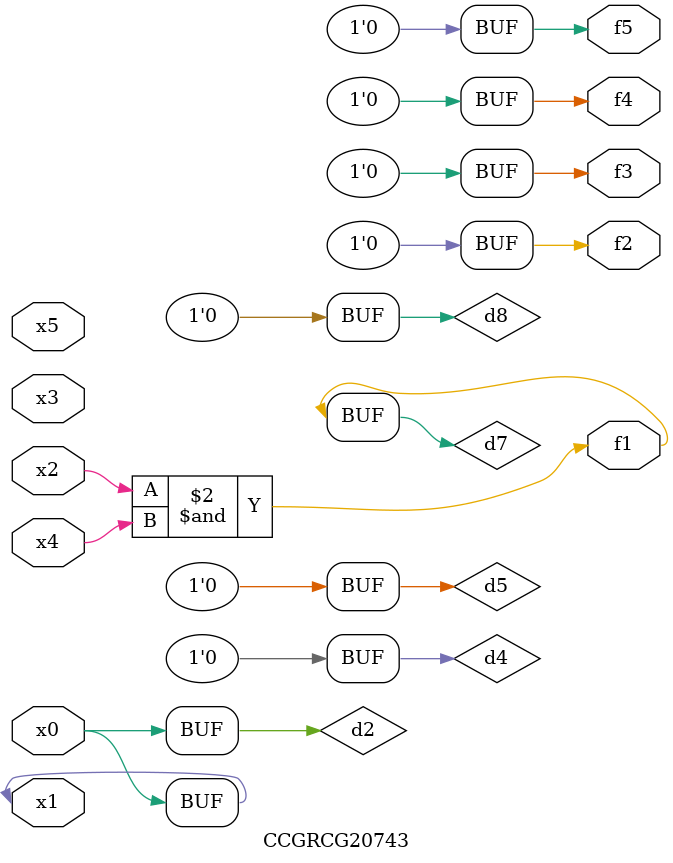
<source format=v>
module CCGRCG20743(
	input x0, x1, x2, x3, x4, x5,
	output f1, f2, f3, f4, f5
);

	wire d1, d2, d3, d4, d5, d6, d7, d8, d9;

	nand (d1, x1);
	buf (d2, x0, x1);
	nand (d3, x2, x4);
	and (d4, d1, d2);
	and (d5, d1, d2);
	nand (d6, d1, d3);
	not (d7, d3);
	xor (d8, d5);
	nor (d9, d5, d6);
	assign f1 = d7;
	assign f2 = d8;
	assign f3 = d8;
	assign f4 = d8;
	assign f5 = d8;
endmodule

</source>
